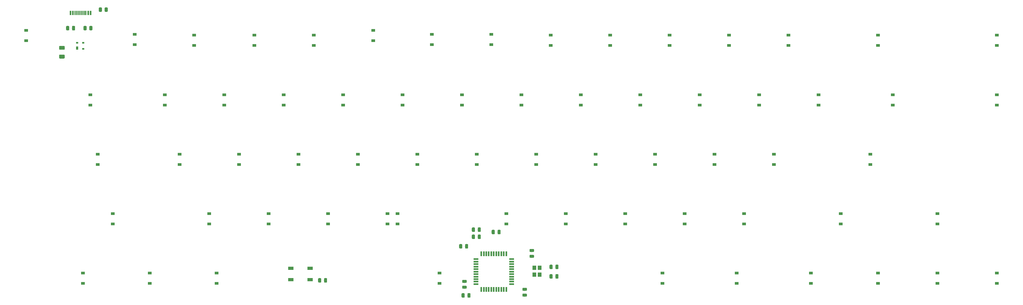
<source format=gbr>
G04 #@! TF.GenerationSoftware,KiCad,Pcbnew,(5.1.4)-1*
G04 #@! TF.CreationDate,2021-10-18T17:11:36+02:00*
G04 #@! TF.ProjectId,CrowMiniMk2,43726f77-4d69-46e6-994d-6b322e6b6963,rev?*
G04 #@! TF.SameCoordinates,Original*
G04 #@! TF.FileFunction,Paste,Bot*
G04 #@! TF.FilePolarity,Positive*
%FSLAX46Y46*%
G04 Gerber Fmt 4.6, Leading zero omitted, Abs format (unit mm)*
G04 Created by KiCad (PCBNEW (5.1.4)-1) date 2021-10-18 17:11:36*
%MOMM*%
%LPD*%
G04 APERTURE LIST*
%ADD10R,1.200000X1.400000*%
%ADD11R,0.600000X1.450000*%
%ADD12R,0.300000X1.450000*%
%ADD13C,0.100000*%
%ADD14C,0.975000*%
%ADD15C,1.250000*%
%ADD16R,0.700000X1.000000*%
%ADD17R,0.700000X0.600000*%
%ADD18R,1.200000X0.900000*%
%ADD19R,1.500000X0.550000*%
%ADD20R,0.550000X1.500000*%
%ADD21R,1.800000X1.100000*%
G04 APERTURE END LIST*
D10*
X175729000Y-121115000D03*
X175729000Y-118915000D03*
X174029000Y-118915000D03*
X174029000Y-121115000D03*
D11*
X31800000Y-37159000D03*
X25350000Y-37159000D03*
X31025000Y-37159000D03*
X26125000Y-37159000D03*
D12*
X26825000Y-37159000D03*
X30325000Y-37159000D03*
X27325000Y-37159000D03*
X29825000Y-37159000D03*
X27825000Y-37159000D03*
X29325000Y-37159000D03*
X28825000Y-37159000D03*
X28325000Y-37159000D03*
D13*
G36*
X154778142Y-108267174D02*
G01*
X154801803Y-108270684D01*
X154825007Y-108276496D01*
X154847529Y-108284554D01*
X154869153Y-108294782D01*
X154889670Y-108307079D01*
X154908883Y-108321329D01*
X154926607Y-108337393D01*
X154942671Y-108355117D01*
X154956921Y-108374330D01*
X154969218Y-108394847D01*
X154979446Y-108416471D01*
X154987504Y-108438993D01*
X154993316Y-108462197D01*
X154996826Y-108485858D01*
X154998000Y-108509750D01*
X154998000Y-109422250D01*
X154996826Y-109446142D01*
X154993316Y-109469803D01*
X154987504Y-109493007D01*
X154979446Y-109515529D01*
X154969218Y-109537153D01*
X154956921Y-109557670D01*
X154942671Y-109576883D01*
X154926607Y-109594607D01*
X154908883Y-109610671D01*
X154889670Y-109624921D01*
X154869153Y-109637218D01*
X154847529Y-109647446D01*
X154825007Y-109655504D01*
X154801803Y-109661316D01*
X154778142Y-109664826D01*
X154754250Y-109666000D01*
X154266750Y-109666000D01*
X154242858Y-109664826D01*
X154219197Y-109661316D01*
X154195993Y-109655504D01*
X154173471Y-109647446D01*
X154151847Y-109637218D01*
X154131330Y-109624921D01*
X154112117Y-109610671D01*
X154094393Y-109594607D01*
X154078329Y-109576883D01*
X154064079Y-109557670D01*
X154051782Y-109537153D01*
X154041554Y-109515529D01*
X154033496Y-109493007D01*
X154027684Y-109469803D01*
X154024174Y-109446142D01*
X154023000Y-109422250D01*
X154023000Y-108509750D01*
X154024174Y-108485858D01*
X154027684Y-108462197D01*
X154033496Y-108438993D01*
X154041554Y-108416471D01*
X154051782Y-108394847D01*
X154064079Y-108374330D01*
X154078329Y-108355117D01*
X154094393Y-108337393D01*
X154112117Y-108321329D01*
X154131330Y-108307079D01*
X154151847Y-108294782D01*
X154173471Y-108284554D01*
X154195993Y-108276496D01*
X154219197Y-108270684D01*
X154242858Y-108267174D01*
X154266750Y-108266000D01*
X154754250Y-108266000D01*
X154778142Y-108267174D01*
X154778142Y-108267174D01*
G37*
D14*
X154510500Y-108966000D03*
D13*
G36*
X156653142Y-108267174D02*
G01*
X156676803Y-108270684D01*
X156700007Y-108276496D01*
X156722529Y-108284554D01*
X156744153Y-108294782D01*
X156764670Y-108307079D01*
X156783883Y-108321329D01*
X156801607Y-108337393D01*
X156817671Y-108355117D01*
X156831921Y-108374330D01*
X156844218Y-108394847D01*
X156854446Y-108416471D01*
X156862504Y-108438993D01*
X156868316Y-108462197D01*
X156871826Y-108485858D01*
X156873000Y-108509750D01*
X156873000Y-109422250D01*
X156871826Y-109446142D01*
X156868316Y-109469803D01*
X156862504Y-109493007D01*
X156854446Y-109515529D01*
X156844218Y-109537153D01*
X156831921Y-109557670D01*
X156817671Y-109576883D01*
X156801607Y-109594607D01*
X156783883Y-109610671D01*
X156764670Y-109624921D01*
X156744153Y-109637218D01*
X156722529Y-109647446D01*
X156700007Y-109655504D01*
X156676803Y-109661316D01*
X156653142Y-109664826D01*
X156629250Y-109666000D01*
X156141750Y-109666000D01*
X156117858Y-109664826D01*
X156094197Y-109661316D01*
X156070993Y-109655504D01*
X156048471Y-109647446D01*
X156026847Y-109637218D01*
X156006330Y-109624921D01*
X155987117Y-109610671D01*
X155969393Y-109594607D01*
X155953329Y-109576883D01*
X155939079Y-109557670D01*
X155926782Y-109537153D01*
X155916554Y-109515529D01*
X155908496Y-109493007D01*
X155902684Y-109469803D01*
X155899174Y-109446142D01*
X155898000Y-109422250D01*
X155898000Y-108509750D01*
X155899174Y-108485858D01*
X155902684Y-108462197D01*
X155908496Y-108438993D01*
X155916554Y-108416471D01*
X155926782Y-108394847D01*
X155939079Y-108374330D01*
X155953329Y-108355117D01*
X155969393Y-108337393D01*
X155987117Y-108321329D01*
X156006330Y-108307079D01*
X156026847Y-108294782D01*
X156048471Y-108284554D01*
X156070993Y-108276496D01*
X156094197Y-108270684D01*
X156117858Y-108267174D01*
X156141750Y-108266000D01*
X156629250Y-108266000D01*
X156653142Y-108267174D01*
X156653142Y-108267174D01*
G37*
D14*
X156385500Y-108966000D03*
D13*
G36*
X154778142Y-105981174D02*
G01*
X154801803Y-105984684D01*
X154825007Y-105990496D01*
X154847529Y-105998554D01*
X154869153Y-106008782D01*
X154889670Y-106021079D01*
X154908883Y-106035329D01*
X154926607Y-106051393D01*
X154942671Y-106069117D01*
X154956921Y-106088330D01*
X154969218Y-106108847D01*
X154979446Y-106130471D01*
X154987504Y-106152993D01*
X154993316Y-106176197D01*
X154996826Y-106199858D01*
X154998000Y-106223750D01*
X154998000Y-107136250D01*
X154996826Y-107160142D01*
X154993316Y-107183803D01*
X154987504Y-107207007D01*
X154979446Y-107229529D01*
X154969218Y-107251153D01*
X154956921Y-107271670D01*
X154942671Y-107290883D01*
X154926607Y-107308607D01*
X154908883Y-107324671D01*
X154889670Y-107338921D01*
X154869153Y-107351218D01*
X154847529Y-107361446D01*
X154825007Y-107369504D01*
X154801803Y-107375316D01*
X154778142Y-107378826D01*
X154754250Y-107380000D01*
X154266750Y-107380000D01*
X154242858Y-107378826D01*
X154219197Y-107375316D01*
X154195993Y-107369504D01*
X154173471Y-107361446D01*
X154151847Y-107351218D01*
X154131330Y-107338921D01*
X154112117Y-107324671D01*
X154094393Y-107308607D01*
X154078329Y-107290883D01*
X154064079Y-107271670D01*
X154051782Y-107251153D01*
X154041554Y-107229529D01*
X154033496Y-107207007D01*
X154027684Y-107183803D01*
X154024174Y-107160142D01*
X154023000Y-107136250D01*
X154023000Y-106223750D01*
X154024174Y-106199858D01*
X154027684Y-106176197D01*
X154033496Y-106152993D01*
X154041554Y-106130471D01*
X154051782Y-106108847D01*
X154064079Y-106088330D01*
X154078329Y-106069117D01*
X154094393Y-106051393D01*
X154112117Y-106035329D01*
X154131330Y-106021079D01*
X154151847Y-106008782D01*
X154173471Y-105998554D01*
X154195993Y-105990496D01*
X154219197Y-105984684D01*
X154242858Y-105981174D01*
X154266750Y-105980000D01*
X154754250Y-105980000D01*
X154778142Y-105981174D01*
X154778142Y-105981174D01*
G37*
D14*
X154510500Y-106680000D03*
D13*
G36*
X156653142Y-105981174D02*
G01*
X156676803Y-105984684D01*
X156700007Y-105990496D01*
X156722529Y-105998554D01*
X156744153Y-106008782D01*
X156764670Y-106021079D01*
X156783883Y-106035329D01*
X156801607Y-106051393D01*
X156817671Y-106069117D01*
X156831921Y-106088330D01*
X156844218Y-106108847D01*
X156854446Y-106130471D01*
X156862504Y-106152993D01*
X156868316Y-106176197D01*
X156871826Y-106199858D01*
X156873000Y-106223750D01*
X156873000Y-107136250D01*
X156871826Y-107160142D01*
X156868316Y-107183803D01*
X156862504Y-107207007D01*
X156854446Y-107229529D01*
X156844218Y-107251153D01*
X156831921Y-107271670D01*
X156817671Y-107290883D01*
X156801607Y-107308607D01*
X156783883Y-107324671D01*
X156764670Y-107338921D01*
X156744153Y-107351218D01*
X156722529Y-107361446D01*
X156700007Y-107369504D01*
X156676803Y-107375316D01*
X156653142Y-107378826D01*
X156629250Y-107380000D01*
X156141750Y-107380000D01*
X156117858Y-107378826D01*
X156094197Y-107375316D01*
X156070993Y-107369504D01*
X156048471Y-107361446D01*
X156026847Y-107351218D01*
X156006330Y-107338921D01*
X155987117Y-107324671D01*
X155969393Y-107308607D01*
X155953329Y-107290883D01*
X155939079Y-107271670D01*
X155926782Y-107251153D01*
X155916554Y-107229529D01*
X155908496Y-107207007D01*
X155902684Y-107183803D01*
X155899174Y-107160142D01*
X155898000Y-107136250D01*
X155898000Y-106223750D01*
X155899174Y-106199858D01*
X155902684Y-106176197D01*
X155908496Y-106152993D01*
X155916554Y-106130471D01*
X155926782Y-106108847D01*
X155939079Y-106088330D01*
X155953329Y-106069117D01*
X155969393Y-106051393D01*
X155987117Y-106035329D01*
X156006330Y-106021079D01*
X156026847Y-106008782D01*
X156048471Y-105998554D01*
X156070993Y-105990496D01*
X156094197Y-105984684D01*
X156117858Y-105981174D01*
X156141750Y-105980000D01*
X156629250Y-105980000D01*
X156653142Y-105981174D01*
X156653142Y-105981174D01*
G37*
D14*
X156385500Y-106680000D03*
D13*
G36*
X161128142Y-106743174D02*
G01*
X161151803Y-106746684D01*
X161175007Y-106752496D01*
X161197529Y-106760554D01*
X161219153Y-106770782D01*
X161239670Y-106783079D01*
X161258883Y-106797329D01*
X161276607Y-106813393D01*
X161292671Y-106831117D01*
X161306921Y-106850330D01*
X161319218Y-106870847D01*
X161329446Y-106892471D01*
X161337504Y-106914993D01*
X161343316Y-106938197D01*
X161346826Y-106961858D01*
X161348000Y-106985750D01*
X161348000Y-107898250D01*
X161346826Y-107922142D01*
X161343316Y-107945803D01*
X161337504Y-107969007D01*
X161329446Y-107991529D01*
X161319218Y-108013153D01*
X161306921Y-108033670D01*
X161292671Y-108052883D01*
X161276607Y-108070607D01*
X161258883Y-108086671D01*
X161239670Y-108100921D01*
X161219153Y-108113218D01*
X161197529Y-108123446D01*
X161175007Y-108131504D01*
X161151803Y-108137316D01*
X161128142Y-108140826D01*
X161104250Y-108142000D01*
X160616750Y-108142000D01*
X160592858Y-108140826D01*
X160569197Y-108137316D01*
X160545993Y-108131504D01*
X160523471Y-108123446D01*
X160501847Y-108113218D01*
X160481330Y-108100921D01*
X160462117Y-108086671D01*
X160444393Y-108070607D01*
X160428329Y-108052883D01*
X160414079Y-108033670D01*
X160401782Y-108013153D01*
X160391554Y-107991529D01*
X160383496Y-107969007D01*
X160377684Y-107945803D01*
X160374174Y-107922142D01*
X160373000Y-107898250D01*
X160373000Y-106985750D01*
X160374174Y-106961858D01*
X160377684Y-106938197D01*
X160383496Y-106914993D01*
X160391554Y-106892471D01*
X160401782Y-106870847D01*
X160414079Y-106850330D01*
X160428329Y-106831117D01*
X160444393Y-106813393D01*
X160462117Y-106797329D01*
X160481330Y-106783079D01*
X160501847Y-106770782D01*
X160523471Y-106760554D01*
X160545993Y-106752496D01*
X160569197Y-106746684D01*
X160592858Y-106743174D01*
X160616750Y-106742000D01*
X161104250Y-106742000D01*
X161128142Y-106743174D01*
X161128142Y-106743174D01*
G37*
D14*
X160860500Y-107442000D03*
D13*
G36*
X163003142Y-106743174D02*
G01*
X163026803Y-106746684D01*
X163050007Y-106752496D01*
X163072529Y-106760554D01*
X163094153Y-106770782D01*
X163114670Y-106783079D01*
X163133883Y-106797329D01*
X163151607Y-106813393D01*
X163167671Y-106831117D01*
X163181921Y-106850330D01*
X163194218Y-106870847D01*
X163204446Y-106892471D01*
X163212504Y-106914993D01*
X163218316Y-106938197D01*
X163221826Y-106961858D01*
X163223000Y-106985750D01*
X163223000Y-107898250D01*
X163221826Y-107922142D01*
X163218316Y-107945803D01*
X163212504Y-107969007D01*
X163204446Y-107991529D01*
X163194218Y-108013153D01*
X163181921Y-108033670D01*
X163167671Y-108052883D01*
X163151607Y-108070607D01*
X163133883Y-108086671D01*
X163114670Y-108100921D01*
X163094153Y-108113218D01*
X163072529Y-108123446D01*
X163050007Y-108131504D01*
X163026803Y-108137316D01*
X163003142Y-108140826D01*
X162979250Y-108142000D01*
X162491750Y-108142000D01*
X162467858Y-108140826D01*
X162444197Y-108137316D01*
X162420993Y-108131504D01*
X162398471Y-108123446D01*
X162376847Y-108113218D01*
X162356330Y-108100921D01*
X162337117Y-108086671D01*
X162319393Y-108070607D01*
X162303329Y-108052883D01*
X162289079Y-108033670D01*
X162276782Y-108013153D01*
X162266554Y-107991529D01*
X162258496Y-107969007D01*
X162252684Y-107945803D01*
X162249174Y-107922142D01*
X162248000Y-107898250D01*
X162248000Y-106985750D01*
X162249174Y-106961858D01*
X162252684Y-106938197D01*
X162258496Y-106914993D01*
X162266554Y-106892471D01*
X162276782Y-106870847D01*
X162289079Y-106850330D01*
X162303329Y-106831117D01*
X162319393Y-106813393D01*
X162337117Y-106797329D01*
X162356330Y-106783079D01*
X162376847Y-106770782D01*
X162398471Y-106760554D01*
X162420993Y-106752496D01*
X162444197Y-106746684D01*
X162467858Y-106743174D01*
X162491750Y-106742000D01*
X162979250Y-106742000D01*
X163003142Y-106743174D01*
X163003142Y-106743174D01*
G37*
D14*
X162735500Y-107442000D03*
D13*
G36*
X150714142Y-111315174D02*
G01*
X150737803Y-111318684D01*
X150761007Y-111324496D01*
X150783529Y-111332554D01*
X150805153Y-111342782D01*
X150825670Y-111355079D01*
X150844883Y-111369329D01*
X150862607Y-111385393D01*
X150878671Y-111403117D01*
X150892921Y-111422330D01*
X150905218Y-111442847D01*
X150915446Y-111464471D01*
X150923504Y-111486993D01*
X150929316Y-111510197D01*
X150932826Y-111533858D01*
X150934000Y-111557750D01*
X150934000Y-112470250D01*
X150932826Y-112494142D01*
X150929316Y-112517803D01*
X150923504Y-112541007D01*
X150915446Y-112563529D01*
X150905218Y-112585153D01*
X150892921Y-112605670D01*
X150878671Y-112624883D01*
X150862607Y-112642607D01*
X150844883Y-112658671D01*
X150825670Y-112672921D01*
X150805153Y-112685218D01*
X150783529Y-112695446D01*
X150761007Y-112703504D01*
X150737803Y-112709316D01*
X150714142Y-112712826D01*
X150690250Y-112714000D01*
X150202750Y-112714000D01*
X150178858Y-112712826D01*
X150155197Y-112709316D01*
X150131993Y-112703504D01*
X150109471Y-112695446D01*
X150087847Y-112685218D01*
X150067330Y-112672921D01*
X150048117Y-112658671D01*
X150030393Y-112642607D01*
X150014329Y-112624883D01*
X150000079Y-112605670D01*
X149987782Y-112585153D01*
X149977554Y-112563529D01*
X149969496Y-112541007D01*
X149963684Y-112517803D01*
X149960174Y-112494142D01*
X149959000Y-112470250D01*
X149959000Y-111557750D01*
X149960174Y-111533858D01*
X149963684Y-111510197D01*
X149969496Y-111486993D01*
X149977554Y-111464471D01*
X149987782Y-111442847D01*
X150000079Y-111422330D01*
X150014329Y-111403117D01*
X150030393Y-111385393D01*
X150048117Y-111369329D01*
X150067330Y-111355079D01*
X150087847Y-111342782D01*
X150109471Y-111332554D01*
X150131993Y-111324496D01*
X150155197Y-111318684D01*
X150178858Y-111315174D01*
X150202750Y-111314000D01*
X150690250Y-111314000D01*
X150714142Y-111315174D01*
X150714142Y-111315174D01*
G37*
D14*
X150446500Y-112014000D03*
D13*
G36*
X152589142Y-111315174D02*
G01*
X152612803Y-111318684D01*
X152636007Y-111324496D01*
X152658529Y-111332554D01*
X152680153Y-111342782D01*
X152700670Y-111355079D01*
X152719883Y-111369329D01*
X152737607Y-111385393D01*
X152753671Y-111403117D01*
X152767921Y-111422330D01*
X152780218Y-111442847D01*
X152790446Y-111464471D01*
X152798504Y-111486993D01*
X152804316Y-111510197D01*
X152807826Y-111533858D01*
X152809000Y-111557750D01*
X152809000Y-112470250D01*
X152807826Y-112494142D01*
X152804316Y-112517803D01*
X152798504Y-112541007D01*
X152790446Y-112563529D01*
X152780218Y-112585153D01*
X152767921Y-112605670D01*
X152753671Y-112624883D01*
X152737607Y-112642607D01*
X152719883Y-112658671D01*
X152700670Y-112672921D01*
X152680153Y-112685218D01*
X152658529Y-112695446D01*
X152636007Y-112703504D01*
X152612803Y-112709316D01*
X152589142Y-112712826D01*
X152565250Y-112714000D01*
X152077750Y-112714000D01*
X152053858Y-112712826D01*
X152030197Y-112709316D01*
X152006993Y-112703504D01*
X151984471Y-112695446D01*
X151962847Y-112685218D01*
X151942330Y-112672921D01*
X151923117Y-112658671D01*
X151905393Y-112642607D01*
X151889329Y-112624883D01*
X151875079Y-112605670D01*
X151862782Y-112585153D01*
X151852554Y-112563529D01*
X151844496Y-112541007D01*
X151838684Y-112517803D01*
X151835174Y-112494142D01*
X151834000Y-112470250D01*
X151834000Y-111557750D01*
X151835174Y-111533858D01*
X151838684Y-111510197D01*
X151844496Y-111486993D01*
X151852554Y-111464471D01*
X151862782Y-111442847D01*
X151875079Y-111422330D01*
X151889329Y-111403117D01*
X151905393Y-111385393D01*
X151923117Y-111369329D01*
X151942330Y-111355079D01*
X151962847Y-111342782D01*
X151984471Y-111332554D01*
X152006993Y-111324496D01*
X152030197Y-111318684D01*
X152053858Y-111315174D01*
X152077750Y-111314000D01*
X152565250Y-111314000D01*
X152589142Y-111315174D01*
X152589142Y-111315174D01*
G37*
D14*
X152321500Y-112014000D03*
D13*
G36*
X173708142Y-114751174D02*
G01*
X173731803Y-114754684D01*
X173755007Y-114760496D01*
X173777529Y-114768554D01*
X173799153Y-114778782D01*
X173819670Y-114791079D01*
X173838883Y-114805329D01*
X173856607Y-114821393D01*
X173872671Y-114839117D01*
X173886921Y-114858330D01*
X173899218Y-114878847D01*
X173909446Y-114900471D01*
X173917504Y-114922993D01*
X173923316Y-114946197D01*
X173926826Y-114969858D01*
X173928000Y-114993750D01*
X173928000Y-115481250D01*
X173926826Y-115505142D01*
X173923316Y-115528803D01*
X173917504Y-115552007D01*
X173909446Y-115574529D01*
X173899218Y-115596153D01*
X173886921Y-115616670D01*
X173872671Y-115635883D01*
X173856607Y-115653607D01*
X173838883Y-115669671D01*
X173819670Y-115683921D01*
X173799153Y-115696218D01*
X173777529Y-115706446D01*
X173755007Y-115714504D01*
X173731803Y-115720316D01*
X173708142Y-115723826D01*
X173684250Y-115725000D01*
X172771750Y-115725000D01*
X172747858Y-115723826D01*
X172724197Y-115720316D01*
X172700993Y-115714504D01*
X172678471Y-115706446D01*
X172656847Y-115696218D01*
X172636330Y-115683921D01*
X172617117Y-115669671D01*
X172599393Y-115653607D01*
X172583329Y-115635883D01*
X172569079Y-115616670D01*
X172556782Y-115596153D01*
X172546554Y-115574529D01*
X172538496Y-115552007D01*
X172532684Y-115528803D01*
X172529174Y-115505142D01*
X172528000Y-115481250D01*
X172528000Y-114993750D01*
X172529174Y-114969858D01*
X172532684Y-114946197D01*
X172538496Y-114922993D01*
X172546554Y-114900471D01*
X172556782Y-114878847D01*
X172569079Y-114858330D01*
X172583329Y-114839117D01*
X172599393Y-114821393D01*
X172617117Y-114805329D01*
X172636330Y-114791079D01*
X172656847Y-114778782D01*
X172678471Y-114768554D01*
X172700993Y-114760496D01*
X172724197Y-114754684D01*
X172747858Y-114751174D01*
X172771750Y-114750000D01*
X173684250Y-114750000D01*
X173708142Y-114751174D01*
X173708142Y-114751174D01*
G37*
D14*
X173228000Y-115237500D03*
D13*
G36*
X173708142Y-112876174D02*
G01*
X173731803Y-112879684D01*
X173755007Y-112885496D01*
X173777529Y-112893554D01*
X173799153Y-112903782D01*
X173819670Y-112916079D01*
X173838883Y-112930329D01*
X173856607Y-112946393D01*
X173872671Y-112964117D01*
X173886921Y-112983330D01*
X173899218Y-113003847D01*
X173909446Y-113025471D01*
X173917504Y-113047993D01*
X173923316Y-113071197D01*
X173926826Y-113094858D01*
X173928000Y-113118750D01*
X173928000Y-113606250D01*
X173926826Y-113630142D01*
X173923316Y-113653803D01*
X173917504Y-113677007D01*
X173909446Y-113699529D01*
X173899218Y-113721153D01*
X173886921Y-113741670D01*
X173872671Y-113760883D01*
X173856607Y-113778607D01*
X173838883Y-113794671D01*
X173819670Y-113808921D01*
X173799153Y-113821218D01*
X173777529Y-113831446D01*
X173755007Y-113839504D01*
X173731803Y-113845316D01*
X173708142Y-113848826D01*
X173684250Y-113850000D01*
X172771750Y-113850000D01*
X172747858Y-113848826D01*
X172724197Y-113845316D01*
X172700993Y-113839504D01*
X172678471Y-113831446D01*
X172656847Y-113821218D01*
X172636330Y-113808921D01*
X172617117Y-113794671D01*
X172599393Y-113778607D01*
X172583329Y-113760883D01*
X172569079Y-113741670D01*
X172556782Y-113721153D01*
X172546554Y-113699529D01*
X172538496Y-113677007D01*
X172532684Y-113653803D01*
X172529174Y-113630142D01*
X172528000Y-113606250D01*
X172528000Y-113118750D01*
X172529174Y-113094858D01*
X172532684Y-113071197D01*
X172538496Y-113047993D01*
X172546554Y-113025471D01*
X172556782Y-113003847D01*
X172569079Y-112983330D01*
X172583329Y-112964117D01*
X172599393Y-112946393D01*
X172617117Y-112930329D01*
X172636330Y-112916079D01*
X172656847Y-112903782D01*
X172678471Y-112893554D01*
X172700993Y-112885496D01*
X172724197Y-112879684D01*
X172747858Y-112876174D01*
X172771750Y-112875000D01*
X173684250Y-112875000D01*
X173708142Y-112876174D01*
X173708142Y-112876174D01*
G37*
D14*
X173228000Y-113362500D03*
D13*
G36*
X181545142Y-120967174D02*
G01*
X181568803Y-120970684D01*
X181592007Y-120976496D01*
X181614529Y-120984554D01*
X181636153Y-120994782D01*
X181656670Y-121007079D01*
X181675883Y-121021329D01*
X181693607Y-121037393D01*
X181709671Y-121055117D01*
X181723921Y-121074330D01*
X181736218Y-121094847D01*
X181746446Y-121116471D01*
X181754504Y-121138993D01*
X181760316Y-121162197D01*
X181763826Y-121185858D01*
X181765000Y-121209750D01*
X181765000Y-122122250D01*
X181763826Y-122146142D01*
X181760316Y-122169803D01*
X181754504Y-122193007D01*
X181746446Y-122215529D01*
X181736218Y-122237153D01*
X181723921Y-122257670D01*
X181709671Y-122276883D01*
X181693607Y-122294607D01*
X181675883Y-122310671D01*
X181656670Y-122324921D01*
X181636153Y-122337218D01*
X181614529Y-122347446D01*
X181592007Y-122355504D01*
X181568803Y-122361316D01*
X181545142Y-122364826D01*
X181521250Y-122366000D01*
X181033750Y-122366000D01*
X181009858Y-122364826D01*
X180986197Y-122361316D01*
X180962993Y-122355504D01*
X180940471Y-122347446D01*
X180918847Y-122337218D01*
X180898330Y-122324921D01*
X180879117Y-122310671D01*
X180861393Y-122294607D01*
X180845329Y-122276883D01*
X180831079Y-122257670D01*
X180818782Y-122237153D01*
X180808554Y-122215529D01*
X180800496Y-122193007D01*
X180794684Y-122169803D01*
X180791174Y-122146142D01*
X180790000Y-122122250D01*
X180790000Y-121209750D01*
X180791174Y-121185858D01*
X180794684Y-121162197D01*
X180800496Y-121138993D01*
X180808554Y-121116471D01*
X180818782Y-121094847D01*
X180831079Y-121074330D01*
X180845329Y-121055117D01*
X180861393Y-121037393D01*
X180879117Y-121021329D01*
X180898330Y-121007079D01*
X180918847Y-120994782D01*
X180940471Y-120984554D01*
X180962993Y-120976496D01*
X180986197Y-120970684D01*
X181009858Y-120967174D01*
X181033750Y-120966000D01*
X181521250Y-120966000D01*
X181545142Y-120967174D01*
X181545142Y-120967174D01*
G37*
D14*
X181277500Y-121666000D03*
D13*
G36*
X179670142Y-120967174D02*
G01*
X179693803Y-120970684D01*
X179717007Y-120976496D01*
X179739529Y-120984554D01*
X179761153Y-120994782D01*
X179781670Y-121007079D01*
X179800883Y-121021329D01*
X179818607Y-121037393D01*
X179834671Y-121055117D01*
X179848921Y-121074330D01*
X179861218Y-121094847D01*
X179871446Y-121116471D01*
X179879504Y-121138993D01*
X179885316Y-121162197D01*
X179888826Y-121185858D01*
X179890000Y-121209750D01*
X179890000Y-122122250D01*
X179888826Y-122146142D01*
X179885316Y-122169803D01*
X179879504Y-122193007D01*
X179871446Y-122215529D01*
X179861218Y-122237153D01*
X179848921Y-122257670D01*
X179834671Y-122276883D01*
X179818607Y-122294607D01*
X179800883Y-122310671D01*
X179781670Y-122324921D01*
X179761153Y-122337218D01*
X179739529Y-122347446D01*
X179717007Y-122355504D01*
X179693803Y-122361316D01*
X179670142Y-122364826D01*
X179646250Y-122366000D01*
X179158750Y-122366000D01*
X179134858Y-122364826D01*
X179111197Y-122361316D01*
X179087993Y-122355504D01*
X179065471Y-122347446D01*
X179043847Y-122337218D01*
X179023330Y-122324921D01*
X179004117Y-122310671D01*
X178986393Y-122294607D01*
X178970329Y-122276883D01*
X178956079Y-122257670D01*
X178943782Y-122237153D01*
X178933554Y-122215529D01*
X178925496Y-122193007D01*
X178919684Y-122169803D01*
X178916174Y-122146142D01*
X178915000Y-122122250D01*
X178915000Y-121209750D01*
X178916174Y-121185858D01*
X178919684Y-121162197D01*
X178925496Y-121138993D01*
X178933554Y-121116471D01*
X178943782Y-121094847D01*
X178956079Y-121074330D01*
X178970329Y-121055117D01*
X178986393Y-121037393D01*
X179004117Y-121021329D01*
X179023330Y-121007079D01*
X179043847Y-120994782D01*
X179065471Y-120984554D01*
X179087993Y-120976496D01*
X179111197Y-120970684D01*
X179134858Y-120967174D01*
X179158750Y-120966000D01*
X179646250Y-120966000D01*
X179670142Y-120967174D01*
X179670142Y-120967174D01*
G37*
D14*
X179402500Y-121666000D03*
D13*
G36*
X181545142Y-117919174D02*
G01*
X181568803Y-117922684D01*
X181592007Y-117928496D01*
X181614529Y-117936554D01*
X181636153Y-117946782D01*
X181656670Y-117959079D01*
X181675883Y-117973329D01*
X181693607Y-117989393D01*
X181709671Y-118007117D01*
X181723921Y-118026330D01*
X181736218Y-118046847D01*
X181746446Y-118068471D01*
X181754504Y-118090993D01*
X181760316Y-118114197D01*
X181763826Y-118137858D01*
X181765000Y-118161750D01*
X181765000Y-119074250D01*
X181763826Y-119098142D01*
X181760316Y-119121803D01*
X181754504Y-119145007D01*
X181746446Y-119167529D01*
X181736218Y-119189153D01*
X181723921Y-119209670D01*
X181709671Y-119228883D01*
X181693607Y-119246607D01*
X181675883Y-119262671D01*
X181656670Y-119276921D01*
X181636153Y-119289218D01*
X181614529Y-119299446D01*
X181592007Y-119307504D01*
X181568803Y-119313316D01*
X181545142Y-119316826D01*
X181521250Y-119318000D01*
X181033750Y-119318000D01*
X181009858Y-119316826D01*
X180986197Y-119313316D01*
X180962993Y-119307504D01*
X180940471Y-119299446D01*
X180918847Y-119289218D01*
X180898330Y-119276921D01*
X180879117Y-119262671D01*
X180861393Y-119246607D01*
X180845329Y-119228883D01*
X180831079Y-119209670D01*
X180818782Y-119189153D01*
X180808554Y-119167529D01*
X180800496Y-119145007D01*
X180794684Y-119121803D01*
X180791174Y-119098142D01*
X180790000Y-119074250D01*
X180790000Y-118161750D01*
X180791174Y-118137858D01*
X180794684Y-118114197D01*
X180800496Y-118090993D01*
X180808554Y-118068471D01*
X180818782Y-118046847D01*
X180831079Y-118026330D01*
X180845329Y-118007117D01*
X180861393Y-117989393D01*
X180879117Y-117973329D01*
X180898330Y-117959079D01*
X180918847Y-117946782D01*
X180940471Y-117936554D01*
X180962993Y-117928496D01*
X180986197Y-117922684D01*
X181009858Y-117919174D01*
X181033750Y-117918000D01*
X181521250Y-117918000D01*
X181545142Y-117919174D01*
X181545142Y-117919174D01*
G37*
D14*
X181277500Y-118618000D03*
D13*
G36*
X179670142Y-117919174D02*
G01*
X179693803Y-117922684D01*
X179717007Y-117928496D01*
X179739529Y-117936554D01*
X179761153Y-117946782D01*
X179781670Y-117959079D01*
X179800883Y-117973329D01*
X179818607Y-117989393D01*
X179834671Y-118007117D01*
X179848921Y-118026330D01*
X179861218Y-118046847D01*
X179871446Y-118068471D01*
X179879504Y-118090993D01*
X179885316Y-118114197D01*
X179888826Y-118137858D01*
X179890000Y-118161750D01*
X179890000Y-119074250D01*
X179888826Y-119098142D01*
X179885316Y-119121803D01*
X179879504Y-119145007D01*
X179871446Y-119167529D01*
X179861218Y-119189153D01*
X179848921Y-119209670D01*
X179834671Y-119228883D01*
X179818607Y-119246607D01*
X179800883Y-119262671D01*
X179781670Y-119276921D01*
X179761153Y-119289218D01*
X179739529Y-119299446D01*
X179717007Y-119307504D01*
X179693803Y-119313316D01*
X179670142Y-119316826D01*
X179646250Y-119318000D01*
X179158750Y-119318000D01*
X179134858Y-119316826D01*
X179111197Y-119313316D01*
X179087993Y-119307504D01*
X179065471Y-119299446D01*
X179043847Y-119289218D01*
X179023330Y-119276921D01*
X179004117Y-119262671D01*
X178986393Y-119246607D01*
X178970329Y-119228883D01*
X178956079Y-119209670D01*
X178943782Y-119189153D01*
X178933554Y-119167529D01*
X178925496Y-119145007D01*
X178919684Y-119121803D01*
X178916174Y-119098142D01*
X178915000Y-119074250D01*
X178915000Y-118161750D01*
X178916174Y-118137858D01*
X178919684Y-118114197D01*
X178925496Y-118090993D01*
X178933554Y-118068471D01*
X178943782Y-118046847D01*
X178956079Y-118026330D01*
X178970329Y-118007117D01*
X178986393Y-117989393D01*
X179004117Y-117973329D01*
X179023330Y-117959079D01*
X179043847Y-117946782D01*
X179065471Y-117936554D01*
X179087993Y-117928496D01*
X179111197Y-117922684D01*
X179134858Y-117919174D01*
X179158750Y-117918000D01*
X179646250Y-117918000D01*
X179670142Y-117919174D01*
X179670142Y-117919174D01*
G37*
D14*
X179402500Y-118618000D03*
D13*
G36*
X171422142Y-125322174D02*
G01*
X171445803Y-125325684D01*
X171469007Y-125331496D01*
X171491529Y-125339554D01*
X171513153Y-125349782D01*
X171533670Y-125362079D01*
X171552883Y-125376329D01*
X171570607Y-125392393D01*
X171586671Y-125410117D01*
X171600921Y-125429330D01*
X171613218Y-125449847D01*
X171623446Y-125471471D01*
X171631504Y-125493993D01*
X171637316Y-125517197D01*
X171640826Y-125540858D01*
X171642000Y-125564750D01*
X171642000Y-126052250D01*
X171640826Y-126076142D01*
X171637316Y-126099803D01*
X171631504Y-126123007D01*
X171623446Y-126145529D01*
X171613218Y-126167153D01*
X171600921Y-126187670D01*
X171586671Y-126206883D01*
X171570607Y-126224607D01*
X171552883Y-126240671D01*
X171533670Y-126254921D01*
X171513153Y-126267218D01*
X171491529Y-126277446D01*
X171469007Y-126285504D01*
X171445803Y-126291316D01*
X171422142Y-126294826D01*
X171398250Y-126296000D01*
X170485750Y-126296000D01*
X170461858Y-126294826D01*
X170438197Y-126291316D01*
X170414993Y-126285504D01*
X170392471Y-126277446D01*
X170370847Y-126267218D01*
X170350330Y-126254921D01*
X170331117Y-126240671D01*
X170313393Y-126224607D01*
X170297329Y-126206883D01*
X170283079Y-126187670D01*
X170270782Y-126167153D01*
X170260554Y-126145529D01*
X170252496Y-126123007D01*
X170246684Y-126099803D01*
X170243174Y-126076142D01*
X170242000Y-126052250D01*
X170242000Y-125564750D01*
X170243174Y-125540858D01*
X170246684Y-125517197D01*
X170252496Y-125493993D01*
X170260554Y-125471471D01*
X170270782Y-125449847D01*
X170283079Y-125429330D01*
X170297329Y-125410117D01*
X170313393Y-125392393D01*
X170331117Y-125376329D01*
X170350330Y-125362079D01*
X170370847Y-125349782D01*
X170392471Y-125339554D01*
X170414993Y-125331496D01*
X170438197Y-125325684D01*
X170461858Y-125322174D01*
X170485750Y-125321000D01*
X171398250Y-125321000D01*
X171422142Y-125322174D01*
X171422142Y-125322174D01*
G37*
D14*
X170942000Y-125808500D03*
D13*
G36*
X171422142Y-127197174D02*
G01*
X171445803Y-127200684D01*
X171469007Y-127206496D01*
X171491529Y-127214554D01*
X171513153Y-127224782D01*
X171533670Y-127237079D01*
X171552883Y-127251329D01*
X171570607Y-127267393D01*
X171586671Y-127285117D01*
X171600921Y-127304330D01*
X171613218Y-127324847D01*
X171623446Y-127346471D01*
X171631504Y-127368993D01*
X171637316Y-127392197D01*
X171640826Y-127415858D01*
X171642000Y-127439750D01*
X171642000Y-127927250D01*
X171640826Y-127951142D01*
X171637316Y-127974803D01*
X171631504Y-127998007D01*
X171623446Y-128020529D01*
X171613218Y-128042153D01*
X171600921Y-128062670D01*
X171586671Y-128081883D01*
X171570607Y-128099607D01*
X171552883Y-128115671D01*
X171533670Y-128129921D01*
X171513153Y-128142218D01*
X171491529Y-128152446D01*
X171469007Y-128160504D01*
X171445803Y-128166316D01*
X171422142Y-128169826D01*
X171398250Y-128171000D01*
X170485750Y-128171000D01*
X170461858Y-128169826D01*
X170438197Y-128166316D01*
X170414993Y-128160504D01*
X170392471Y-128152446D01*
X170370847Y-128142218D01*
X170350330Y-128129921D01*
X170331117Y-128115671D01*
X170313393Y-128099607D01*
X170297329Y-128081883D01*
X170283079Y-128062670D01*
X170270782Y-128042153D01*
X170260554Y-128020529D01*
X170252496Y-127998007D01*
X170246684Y-127974803D01*
X170243174Y-127951142D01*
X170242000Y-127927250D01*
X170242000Y-127439750D01*
X170243174Y-127415858D01*
X170246684Y-127392197D01*
X170252496Y-127368993D01*
X170260554Y-127346471D01*
X170270782Y-127324847D01*
X170283079Y-127304330D01*
X170297329Y-127285117D01*
X170313393Y-127267393D01*
X170331117Y-127251329D01*
X170350330Y-127237079D01*
X170370847Y-127224782D01*
X170392471Y-127214554D01*
X170414993Y-127206496D01*
X170438197Y-127200684D01*
X170461858Y-127197174D01*
X170485750Y-127196000D01*
X171398250Y-127196000D01*
X171422142Y-127197174D01*
X171422142Y-127197174D01*
G37*
D14*
X170942000Y-127683500D03*
D13*
G36*
X153351142Y-127063174D02*
G01*
X153374803Y-127066684D01*
X153398007Y-127072496D01*
X153420529Y-127080554D01*
X153442153Y-127090782D01*
X153462670Y-127103079D01*
X153481883Y-127117329D01*
X153499607Y-127133393D01*
X153515671Y-127151117D01*
X153529921Y-127170330D01*
X153542218Y-127190847D01*
X153552446Y-127212471D01*
X153560504Y-127234993D01*
X153566316Y-127258197D01*
X153569826Y-127281858D01*
X153571000Y-127305750D01*
X153571000Y-128218250D01*
X153569826Y-128242142D01*
X153566316Y-128265803D01*
X153560504Y-128289007D01*
X153552446Y-128311529D01*
X153542218Y-128333153D01*
X153529921Y-128353670D01*
X153515671Y-128372883D01*
X153499607Y-128390607D01*
X153481883Y-128406671D01*
X153462670Y-128420921D01*
X153442153Y-128433218D01*
X153420529Y-128443446D01*
X153398007Y-128451504D01*
X153374803Y-128457316D01*
X153351142Y-128460826D01*
X153327250Y-128462000D01*
X152839750Y-128462000D01*
X152815858Y-128460826D01*
X152792197Y-128457316D01*
X152768993Y-128451504D01*
X152746471Y-128443446D01*
X152724847Y-128433218D01*
X152704330Y-128420921D01*
X152685117Y-128406671D01*
X152667393Y-128390607D01*
X152651329Y-128372883D01*
X152637079Y-128353670D01*
X152624782Y-128333153D01*
X152614554Y-128311529D01*
X152606496Y-128289007D01*
X152600684Y-128265803D01*
X152597174Y-128242142D01*
X152596000Y-128218250D01*
X152596000Y-127305750D01*
X152597174Y-127281858D01*
X152600684Y-127258197D01*
X152606496Y-127234993D01*
X152614554Y-127212471D01*
X152624782Y-127190847D01*
X152637079Y-127170330D01*
X152651329Y-127151117D01*
X152667393Y-127133393D01*
X152685117Y-127117329D01*
X152704330Y-127103079D01*
X152724847Y-127090782D01*
X152746471Y-127080554D01*
X152768993Y-127072496D01*
X152792197Y-127066684D01*
X152815858Y-127063174D01*
X152839750Y-127062000D01*
X153327250Y-127062000D01*
X153351142Y-127063174D01*
X153351142Y-127063174D01*
G37*
D14*
X153083500Y-127762000D03*
D13*
G36*
X151476142Y-127063174D02*
G01*
X151499803Y-127066684D01*
X151523007Y-127072496D01*
X151545529Y-127080554D01*
X151567153Y-127090782D01*
X151587670Y-127103079D01*
X151606883Y-127117329D01*
X151624607Y-127133393D01*
X151640671Y-127151117D01*
X151654921Y-127170330D01*
X151667218Y-127190847D01*
X151677446Y-127212471D01*
X151685504Y-127234993D01*
X151691316Y-127258197D01*
X151694826Y-127281858D01*
X151696000Y-127305750D01*
X151696000Y-128218250D01*
X151694826Y-128242142D01*
X151691316Y-128265803D01*
X151685504Y-128289007D01*
X151677446Y-128311529D01*
X151667218Y-128333153D01*
X151654921Y-128353670D01*
X151640671Y-128372883D01*
X151624607Y-128390607D01*
X151606883Y-128406671D01*
X151587670Y-128420921D01*
X151567153Y-128433218D01*
X151545529Y-128443446D01*
X151523007Y-128451504D01*
X151499803Y-128457316D01*
X151476142Y-128460826D01*
X151452250Y-128462000D01*
X150964750Y-128462000D01*
X150940858Y-128460826D01*
X150917197Y-128457316D01*
X150893993Y-128451504D01*
X150871471Y-128443446D01*
X150849847Y-128433218D01*
X150829330Y-128420921D01*
X150810117Y-128406671D01*
X150792393Y-128390607D01*
X150776329Y-128372883D01*
X150762079Y-128353670D01*
X150749782Y-128333153D01*
X150739554Y-128311529D01*
X150731496Y-128289007D01*
X150725684Y-128265803D01*
X150722174Y-128242142D01*
X150721000Y-128218250D01*
X150721000Y-127305750D01*
X150722174Y-127281858D01*
X150725684Y-127258197D01*
X150731496Y-127234993D01*
X150739554Y-127212471D01*
X150749782Y-127190847D01*
X150762079Y-127170330D01*
X150776329Y-127151117D01*
X150792393Y-127133393D01*
X150810117Y-127117329D01*
X150829330Y-127103079D01*
X150849847Y-127090782D01*
X150871471Y-127080554D01*
X150893993Y-127072496D01*
X150917197Y-127066684D01*
X150940858Y-127063174D01*
X150964750Y-127062000D01*
X151452250Y-127062000D01*
X151476142Y-127063174D01*
X151476142Y-127063174D01*
G37*
D14*
X151208500Y-127762000D03*
D13*
G36*
X152118142Y-122782174D02*
G01*
X152141803Y-122785684D01*
X152165007Y-122791496D01*
X152187529Y-122799554D01*
X152209153Y-122809782D01*
X152229670Y-122822079D01*
X152248883Y-122836329D01*
X152266607Y-122852393D01*
X152282671Y-122870117D01*
X152296921Y-122889330D01*
X152309218Y-122909847D01*
X152319446Y-122931471D01*
X152327504Y-122953993D01*
X152333316Y-122977197D01*
X152336826Y-123000858D01*
X152338000Y-123024750D01*
X152338000Y-123512250D01*
X152336826Y-123536142D01*
X152333316Y-123559803D01*
X152327504Y-123583007D01*
X152319446Y-123605529D01*
X152309218Y-123627153D01*
X152296921Y-123647670D01*
X152282671Y-123666883D01*
X152266607Y-123684607D01*
X152248883Y-123700671D01*
X152229670Y-123714921D01*
X152209153Y-123727218D01*
X152187529Y-123737446D01*
X152165007Y-123745504D01*
X152141803Y-123751316D01*
X152118142Y-123754826D01*
X152094250Y-123756000D01*
X151181750Y-123756000D01*
X151157858Y-123754826D01*
X151134197Y-123751316D01*
X151110993Y-123745504D01*
X151088471Y-123737446D01*
X151066847Y-123727218D01*
X151046330Y-123714921D01*
X151027117Y-123700671D01*
X151009393Y-123684607D01*
X150993329Y-123666883D01*
X150979079Y-123647670D01*
X150966782Y-123627153D01*
X150956554Y-123605529D01*
X150948496Y-123583007D01*
X150942684Y-123559803D01*
X150939174Y-123536142D01*
X150938000Y-123512250D01*
X150938000Y-123024750D01*
X150939174Y-123000858D01*
X150942684Y-122977197D01*
X150948496Y-122953993D01*
X150956554Y-122931471D01*
X150966782Y-122909847D01*
X150979079Y-122889330D01*
X150993329Y-122870117D01*
X151009393Y-122852393D01*
X151027117Y-122836329D01*
X151046330Y-122822079D01*
X151066847Y-122809782D01*
X151088471Y-122799554D01*
X151110993Y-122791496D01*
X151134197Y-122785684D01*
X151157858Y-122782174D01*
X151181750Y-122781000D01*
X152094250Y-122781000D01*
X152118142Y-122782174D01*
X152118142Y-122782174D01*
G37*
D14*
X151638000Y-123268500D03*
D13*
G36*
X152118142Y-124657174D02*
G01*
X152141803Y-124660684D01*
X152165007Y-124666496D01*
X152187529Y-124674554D01*
X152209153Y-124684782D01*
X152229670Y-124697079D01*
X152248883Y-124711329D01*
X152266607Y-124727393D01*
X152282671Y-124745117D01*
X152296921Y-124764330D01*
X152309218Y-124784847D01*
X152319446Y-124806471D01*
X152327504Y-124828993D01*
X152333316Y-124852197D01*
X152336826Y-124875858D01*
X152338000Y-124899750D01*
X152338000Y-125387250D01*
X152336826Y-125411142D01*
X152333316Y-125434803D01*
X152327504Y-125458007D01*
X152319446Y-125480529D01*
X152309218Y-125502153D01*
X152296921Y-125522670D01*
X152282671Y-125541883D01*
X152266607Y-125559607D01*
X152248883Y-125575671D01*
X152229670Y-125589921D01*
X152209153Y-125602218D01*
X152187529Y-125612446D01*
X152165007Y-125620504D01*
X152141803Y-125626316D01*
X152118142Y-125629826D01*
X152094250Y-125631000D01*
X151181750Y-125631000D01*
X151157858Y-125629826D01*
X151134197Y-125626316D01*
X151110993Y-125620504D01*
X151088471Y-125612446D01*
X151066847Y-125602218D01*
X151046330Y-125589921D01*
X151027117Y-125575671D01*
X151009393Y-125559607D01*
X150993329Y-125541883D01*
X150979079Y-125522670D01*
X150966782Y-125502153D01*
X150956554Y-125480529D01*
X150948496Y-125458007D01*
X150942684Y-125434803D01*
X150939174Y-125411142D01*
X150938000Y-125387250D01*
X150938000Y-124899750D01*
X150939174Y-124875858D01*
X150942684Y-124852197D01*
X150948496Y-124828993D01*
X150956554Y-124806471D01*
X150966782Y-124784847D01*
X150979079Y-124764330D01*
X150993329Y-124745117D01*
X151009393Y-124727393D01*
X151027117Y-124711329D01*
X151046330Y-124697079D01*
X151066847Y-124684782D01*
X151088471Y-124674554D01*
X151110993Y-124666496D01*
X151134197Y-124660684D01*
X151157858Y-124657174D01*
X151181750Y-124656000D01*
X152094250Y-124656000D01*
X152118142Y-124657174D01*
X152118142Y-124657174D01*
G37*
D14*
X151638000Y-125143500D03*
D13*
G36*
X107377142Y-122237174D02*
G01*
X107400803Y-122240684D01*
X107424007Y-122246496D01*
X107446529Y-122254554D01*
X107468153Y-122264782D01*
X107488670Y-122277079D01*
X107507883Y-122291329D01*
X107525607Y-122307393D01*
X107541671Y-122325117D01*
X107555921Y-122344330D01*
X107568218Y-122364847D01*
X107578446Y-122386471D01*
X107586504Y-122408993D01*
X107592316Y-122432197D01*
X107595826Y-122455858D01*
X107597000Y-122479750D01*
X107597000Y-123392250D01*
X107595826Y-123416142D01*
X107592316Y-123439803D01*
X107586504Y-123463007D01*
X107578446Y-123485529D01*
X107568218Y-123507153D01*
X107555921Y-123527670D01*
X107541671Y-123546883D01*
X107525607Y-123564607D01*
X107507883Y-123580671D01*
X107488670Y-123594921D01*
X107468153Y-123607218D01*
X107446529Y-123617446D01*
X107424007Y-123625504D01*
X107400803Y-123631316D01*
X107377142Y-123634826D01*
X107353250Y-123636000D01*
X106865750Y-123636000D01*
X106841858Y-123634826D01*
X106818197Y-123631316D01*
X106794993Y-123625504D01*
X106772471Y-123617446D01*
X106750847Y-123607218D01*
X106730330Y-123594921D01*
X106711117Y-123580671D01*
X106693393Y-123564607D01*
X106677329Y-123546883D01*
X106663079Y-123527670D01*
X106650782Y-123507153D01*
X106640554Y-123485529D01*
X106632496Y-123463007D01*
X106626684Y-123439803D01*
X106623174Y-123416142D01*
X106622000Y-123392250D01*
X106622000Y-122479750D01*
X106623174Y-122455858D01*
X106626684Y-122432197D01*
X106632496Y-122408993D01*
X106640554Y-122386471D01*
X106650782Y-122364847D01*
X106663079Y-122344330D01*
X106677329Y-122325117D01*
X106693393Y-122307393D01*
X106711117Y-122291329D01*
X106730330Y-122277079D01*
X106750847Y-122264782D01*
X106772471Y-122254554D01*
X106794993Y-122246496D01*
X106818197Y-122240684D01*
X106841858Y-122237174D01*
X106865750Y-122236000D01*
X107353250Y-122236000D01*
X107377142Y-122237174D01*
X107377142Y-122237174D01*
G37*
D14*
X107109500Y-122936000D03*
D13*
G36*
X105502142Y-122237174D02*
G01*
X105525803Y-122240684D01*
X105549007Y-122246496D01*
X105571529Y-122254554D01*
X105593153Y-122264782D01*
X105613670Y-122277079D01*
X105632883Y-122291329D01*
X105650607Y-122307393D01*
X105666671Y-122325117D01*
X105680921Y-122344330D01*
X105693218Y-122364847D01*
X105703446Y-122386471D01*
X105711504Y-122408993D01*
X105717316Y-122432197D01*
X105720826Y-122455858D01*
X105722000Y-122479750D01*
X105722000Y-123392250D01*
X105720826Y-123416142D01*
X105717316Y-123439803D01*
X105711504Y-123463007D01*
X105703446Y-123485529D01*
X105693218Y-123507153D01*
X105680921Y-123527670D01*
X105666671Y-123546883D01*
X105650607Y-123564607D01*
X105632883Y-123580671D01*
X105613670Y-123594921D01*
X105593153Y-123607218D01*
X105571529Y-123617446D01*
X105549007Y-123625504D01*
X105525803Y-123631316D01*
X105502142Y-123634826D01*
X105478250Y-123636000D01*
X104990750Y-123636000D01*
X104966858Y-123634826D01*
X104943197Y-123631316D01*
X104919993Y-123625504D01*
X104897471Y-123617446D01*
X104875847Y-123607218D01*
X104855330Y-123594921D01*
X104836117Y-123580671D01*
X104818393Y-123564607D01*
X104802329Y-123546883D01*
X104788079Y-123527670D01*
X104775782Y-123507153D01*
X104765554Y-123485529D01*
X104757496Y-123463007D01*
X104751684Y-123439803D01*
X104748174Y-123416142D01*
X104747000Y-123392250D01*
X104747000Y-122479750D01*
X104748174Y-122455858D01*
X104751684Y-122432197D01*
X104757496Y-122408993D01*
X104765554Y-122386471D01*
X104775782Y-122364847D01*
X104788079Y-122344330D01*
X104802329Y-122325117D01*
X104818393Y-122307393D01*
X104836117Y-122291329D01*
X104855330Y-122277079D01*
X104875847Y-122264782D01*
X104897471Y-122254554D01*
X104919993Y-122246496D01*
X104943197Y-122240684D01*
X104966858Y-122237174D01*
X104990750Y-122236000D01*
X105478250Y-122236000D01*
X105502142Y-122237174D01*
X105502142Y-122237174D01*
G37*
D14*
X105234500Y-122936000D03*
D13*
G36*
X23255504Y-47760204D02*
G01*
X23279773Y-47763804D01*
X23303571Y-47769765D01*
X23326671Y-47778030D01*
X23348849Y-47788520D01*
X23369893Y-47801133D01*
X23389598Y-47815747D01*
X23407777Y-47832223D01*
X23424253Y-47850402D01*
X23438867Y-47870107D01*
X23451480Y-47891151D01*
X23461970Y-47913329D01*
X23470235Y-47936429D01*
X23476196Y-47960227D01*
X23479796Y-47984496D01*
X23481000Y-48009000D01*
X23481000Y-48759000D01*
X23479796Y-48783504D01*
X23476196Y-48807773D01*
X23470235Y-48831571D01*
X23461970Y-48854671D01*
X23451480Y-48876849D01*
X23438867Y-48897893D01*
X23424253Y-48917598D01*
X23407777Y-48935777D01*
X23389598Y-48952253D01*
X23369893Y-48966867D01*
X23348849Y-48979480D01*
X23326671Y-48989970D01*
X23303571Y-48998235D01*
X23279773Y-49004196D01*
X23255504Y-49007796D01*
X23231000Y-49009000D01*
X21981000Y-49009000D01*
X21956496Y-49007796D01*
X21932227Y-49004196D01*
X21908429Y-48998235D01*
X21885329Y-48989970D01*
X21863151Y-48979480D01*
X21842107Y-48966867D01*
X21822402Y-48952253D01*
X21804223Y-48935777D01*
X21787747Y-48917598D01*
X21773133Y-48897893D01*
X21760520Y-48876849D01*
X21750030Y-48854671D01*
X21741765Y-48831571D01*
X21735804Y-48807773D01*
X21732204Y-48783504D01*
X21731000Y-48759000D01*
X21731000Y-48009000D01*
X21732204Y-47984496D01*
X21735804Y-47960227D01*
X21741765Y-47936429D01*
X21750030Y-47913329D01*
X21760520Y-47891151D01*
X21773133Y-47870107D01*
X21787747Y-47850402D01*
X21804223Y-47832223D01*
X21822402Y-47815747D01*
X21842107Y-47801133D01*
X21863151Y-47788520D01*
X21885329Y-47778030D01*
X21908429Y-47769765D01*
X21932227Y-47763804D01*
X21956496Y-47760204D01*
X21981000Y-47759000D01*
X23231000Y-47759000D01*
X23255504Y-47760204D01*
X23255504Y-47760204D01*
G37*
D15*
X22606000Y-48384000D03*
D13*
G36*
X23255504Y-50560204D02*
G01*
X23279773Y-50563804D01*
X23303571Y-50569765D01*
X23326671Y-50578030D01*
X23348849Y-50588520D01*
X23369893Y-50601133D01*
X23389598Y-50615747D01*
X23407777Y-50632223D01*
X23424253Y-50650402D01*
X23438867Y-50670107D01*
X23451480Y-50691151D01*
X23461970Y-50713329D01*
X23470235Y-50736429D01*
X23476196Y-50760227D01*
X23479796Y-50784496D01*
X23481000Y-50809000D01*
X23481000Y-51559000D01*
X23479796Y-51583504D01*
X23476196Y-51607773D01*
X23470235Y-51631571D01*
X23461970Y-51654671D01*
X23451480Y-51676849D01*
X23438867Y-51697893D01*
X23424253Y-51717598D01*
X23407777Y-51735777D01*
X23389598Y-51752253D01*
X23369893Y-51766867D01*
X23348849Y-51779480D01*
X23326671Y-51789970D01*
X23303571Y-51798235D01*
X23279773Y-51804196D01*
X23255504Y-51807796D01*
X23231000Y-51809000D01*
X21981000Y-51809000D01*
X21956496Y-51807796D01*
X21932227Y-51804196D01*
X21908429Y-51798235D01*
X21885329Y-51789970D01*
X21863151Y-51779480D01*
X21842107Y-51766867D01*
X21822402Y-51752253D01*
X21804223Y-51735777D01*
X21787747Y-51717598D01*
X21773133Y-51697893D01*
X21760520Y-51676849D01*
X21750030Y-51654671D01*
X21741765Y-51631571D01*
X21735804Y-51607773D01*
X21732204Y-51583504D01*
X21731000Y-51559000D01*
X21731000Y-50809000D01*
X21732204Y-50784496D01*
X21735804Y-50760227D01*
X21741765Y-50736429D01*
X21750030Y-50713329D01*
X21760520Y-50691151D01*
X21773133Y-50670107D01*
X21787747Y-50650402D01*
X21804223Y-50632223D01*
X21822402Y-50615747D01*
X21842107Y-50601133D01*
X21863151Y-50588520D01*
X21885329Y-50578030D01*
X21908429Y-50569765D01*
X21932227Y-50563804D01*
X21956496Y-50560204D01*
X21981000Y-50559000D01*
X23231000Y-50559000D01*
X23255504Y-50560204D01*
X23255504Y-50560204D01*
G37*
D15*
X22606000Y-51184000D03*
D16*
X27448000Y-48502000D03*
D17*
X29448000Y-48702000D03*
X27448000Y-46802000D03*
X29448000Y-46802000D03*
D13*
G36*
X26605142Y-41369924D02*
G01*
X26628803Y-41373434D01*
X26652007Y-41379246D01*
X26674529Y-41387304D01*
X26696153Y-41397532D01*
X26716670Y-41409829D01*
X26735883Y-41424079D01*
X26753607Y-41440143D01*
X26769671Y-41457867D01*
X26783921Y-41477080D01*
X26796218Y-41497597D01*
X26806446Y-41519221D01*
X26814504Y-41541743D01*
X26820316Y-41564947D01*
X26823826Y-41588608D01*
X26825000Y-41612500D01*
X26825000Y-42525000D01*
X26823826Y-42548892D01*
X26820316Y-42572553D01*
X26814504Y-42595757D01*
X26806446Y-42618279D01*
X26796218Y-42639903D01*
X26783921Y-42660420D01*
X26769671Y-42679633D01*
X26753607Y-42697357D01*
X26735883Y-42713421D01*
X26716670Y-42727671D01*
X26696153Y-42739968D01*
X26674529Y-42750196D01*
X26652007Y-42758254D01*
X26628803Y-42764066D01*
X26605142Y-42767576D01*
X26581250Y-42768750D01*
X26093750Y-42768750D01*
X26069858Y-42767576D01*
X26046197Y-42764066D01*
X26022993Y-42758254D01*
X26000471Y-42750196D01*
X25978847Y-42739968D01*
X25958330Y-42727671D01*
X25939117Y-42713421D01*
X25921393Y-42697357D01*
X25905329Y-42679633D01*
X25891079Y-42660420D01*
X25878782Y-42639903D01*
X25868554Y-42618279D01*
X25860496Y-42595757D01*
X25854684Y-42572553D01*
X25851174Y-42548892D01*
X25850000Y-42525000D01*
X25850000Y-41612500D01*
X25851174Y-41588608D01*
X25854684Y-41564947D01*
X25860496Y-41541743D01*
X25868554Y-41519221D01*
X25878782Y-41497597D01*
X25891079Y-41477080D01*
X25905329Y-41457867D01*
X25921393Y-41440143D01*
X25939117Y-41424079D01*
X25958330Y-41409829D01*
X25978847Y-41397532D01*
X26000471Y-41387304D01*
X26022993Y-41379246D01*
X26046197Y-41373434D01*
X26069858Y-41369924D01*
X26093750Y-41368750D01*
X26581250Y-41368750D01*
X26605142Y-41369924D01*
X26605142Y-41369924D01*
G37*
D14*
X26337500Y-42068750D03*
D13*
G36*
X24730142Y-41369924D02*
G01*
X24753803Y-41373434D01*
X24777007Y-41379246D01*
X24799529Y-41387304D01*
X24821153Y-41397532D01*
X24841670Y-41409829D01*
X24860883Y-41424079D01*
X24878607Y-41440143D01*
X24894671Y-41457867D01*
X24908921Y-41477080D01*
X24921218Y-41497597D01*
X24931446Y-41519221D01*
X24939504Y-41541743D01*
X24945316Y-41564947D01*
X24948826Y-41588608D01*
X24950000Y-41612500D01*
X24950000Y-42525000D01*
X24948826Y-42548892D01*
X24945316Y-42572553D01*
X24939504Y-42595757D01*
X24931446Y-42618279D01*
X24921218Y-42639903D01*
X24908921Y-42660420D01*
X24894671Y-42679633D01*
X24878607Y-42697357D01*
X24860883Y-42713421D01*
X24841670Y-42727671D01*
X24821153Y-42739968D01*
X24799529Y-42750196D01*
X24777007Y-42758254D01*
X24753803Y-42764066D01*
X24730142Y-42767576D01*
X24706250Y-42768750D01*
X24218750Y-42768750D01*
X24194858Y-42767576D01*
X24171197Y-42764066D01*
X24147993Y-42758254D01*
X24125471Y-42750196D01*
X24103847Y-42739968D01*
X24083330Y-42727671D01*
X24064117Y-42713421D01*
X24046393Y-42697357D01*
X24030329Y-42679633D01*
X24016079Y-42660420D01*
X24003782Y-42639903D01*
X23993554Y-42618279D01*
X23985496Y-42595757D01*
X23979684Y-42572553D01*
X23976174Y-42548892D01*
X23975000Y-42525000D01*
X23975000Y-41612500D01*
X23976174Y-41588608D01*
X23979684Y-41564947D01*
X23985496Y-41541743D01*
X23993554Y-41519221D01*
X24003782Y-41497597D01*
X24016079Y-41477080D01*
X24030329Y-41457867D01*
X24046393Y-41440143D01*
X24064117Y-41424079D01*
X24083330Y-41409829D01*
X24103847Y-41397532D01*
X24125471Y-41387304D01*
X24147993Y-41379246D01*
X24171197Y-41373434D01*
X24194858Y-41369924D01*
X24218750Y-41368750D01*
X24706250Y-41368750D01*
X24730142Y-41369924D01*
X24730142Y-41369924D01*
G37*
D14*
X24462500Y-42068750D03*
D13*
G36*
X30286392Y-41369924D02*
G01*
X30310053Y-41373434D01*
X30333257Y-41379246D01*
X30355779Y-41387304D01*
X30377403Y-41397532D01*
X30397920Y-41409829D01*
X30417133Y-41424079D01*
X30434857Y-41440143D01*
X30450921Y-41457867D01*
X30465171Y-41477080D01*
X30477468Y-41497597D01*
X30487696Y-41519221D01*
X30495754Y-41541743D01*
X30501566Y-41564947D01*
X30505076Y-41588608D01*
X30506250Y-41612500D01*
X30506250Y-42525000D01*
X30505076Y-42548892D01*
X30501566Y-42572553D01*
X30495754Y-42595757D01*
X30487696Y-42618279D01*
X30477468Y-42639903D01*
X30465171Y-42660420D01*
X30450921Y-42679633D01*
X30434857Y-42697357D01*
X30417133Y-42713421D01*
X30397920Y-42727671D01*
X30377403Y-42739968D01*
X30355779Y-42750196D01*
X30333257Y-42758254D01*
X30310053Y-42764066D01*
X30286392Y-42767576D01*
X30262500Y-42768750D01*
X29775000Y-42768750D01*
X29751108Y-42767576D01*
X29727447Y-42764066D01*
X29704243Y-42758254D01*
X29681721Y-42750196D01*
X29660097Y-42739968D01*
X29639580Y-42727671D01*
X29620367Y-42713421D01*
X29602643Y-42697357D01*
X29586579Y-42679633D01*
X29572329Y-42660420D01*
X29560032Y-42639903D01*
X29549804Y-42618279D01*
X29541746Y-42595757D01*
X29535934Y-42572553D01*
X29532424Y-42548892D01*
X29531250Y-42525000D01*
X29531250Y-41612500D01*
X29532424Y-41588608D01*
X29535934Y-41564947D01*
X29541746Y-41541743D01*
X29549804Y-41519221D01*
X29560032Y-41497597D01*
X29572329Y-41477080D01*
X29586579Y-41457867D01*
X29602643Y-41440143D01*
X29620367Y-41424079D01*
X29639580Y-41409829D01*
X29660097Y-41397532D01*
X29681721Y-41387304D01*
X29704243Y-41379246D01*
X29727447Y-41373434D01*
X29751108Y-41369924D01*
X29775000Y-41368750D01*
X30262500Y-41368750D01*
X30286392Y-41369924D01*
X30286392Y-41369924D01*
G37*
D14*
X30018750Y-42068750D03*
D13*
G36*
X32161392Y-41369924D02*
G01*
X32185053Y-41373434D01*
X32208257Y-41379246D01*
X32230779Y-41387304D01*
X32252403Y-41397532D01*
X32272920Y-41409829D01*
X32292133Y-41424079D01*
X32309857Y-41440143D01*
X32325921Y-41457867D01*
X32340171Y-41477080D01*
X32352468Y-41497597D01*
X32362696Y-41519221D01*
X32370754Y-41541743D01*
X32376566Y-41564947D01*
X32380076Y-41588608D01*
X32381250Y-41612500D01*
X32381250Y-42525000D01*
X32380076Y-42548892D01*
X32376566Y-42572553D01*
X32370754Y-42595757D01*
X32362696Y-42618279D01*
X32352468Y-42639903D01*
X32340171Y-42660420D01*
X32325921Y-42679633D01*
X32309857Y-42697357D01*
X32292133Y-42713421D01*
X32272920Y-42727671D01*
X32252403Y-42739968D01*
X32230779Y-42750196D01*
X32208257Y-42758254D01*
X32185053Y-42764066D01*
X32161392Y-42767576D01*
X32137500Y-42768750D01*
X31650000Y-42768750D01*
X31626108Y-42767576D01*
X31602447Y-42764066D01*
X31579243Y-42758254D01*
X31556721Y-42750196D01*
X31535097Y-42739968D01*
X31514580Y-42727671D01*
X31495367Y-42713421D01*
X31477643Y-42697357D01*
X31461579Y-42679633D01*
X31447329Y-42660420D01*
X31435032Y-42639903D01*
X31424804Y-42618279D01*
X31416746Y-42595757D01*
X31410934Y-42572553D01*
X31407424Y-42548892D01*
X31406250Y-42525000D01*
X31406250Y-41612500D01*
X31407424Y-41588608D01*
X31410934Y-41564947D01*
X31416746Y-41541743D01*
X31424804Y-41519221D01*
X31435032Y-41497597D01*
X31447329Y-41477080D01*
X31461579Y-41457867D01*
X31477643Y-41440143D01*
X31495367Y-41424079D01*
X31514580Y-41409829D01*
X31535097Y-41397532D01*
X31556721Y-41387304D01*
X31579243Y-41379246D01*
X31602447Y-41373434D01*
X31626108Y-41369924D01*
X31650000Y-41368750D01*
X32137500Y-41368750D01*
X32161392Y-41369924D01*
X32161392Y-41369924D01*
G37*
D14*
X31893750Y-42068750D03*
D18*
X322262500Y-63437500D03*
X322262500Y-66737500D03*
X288925000Y-63437500D03*
X288925000Y-66737500D03*
X265112500Y-63437500D03*
X265112500Y-66737500D03*
X246062500Y-63437500D03*
X246062500Y-66737500D03*
X227012500Y-63437500D03*
X227012500Y-66737500D03*
X207962500Y-63437500D03*
X207962500Y-66737500D03*
X188912500Y-63437500D03*
X188912500Y-66737500D03*
X169862500Y-63437500D03*
X169862500Y-66737500D03*
X150812500Y-63437500D03*
X150812500Y-66737500D03*
X131762500Y-63437500D03*
X131762500Y-66737500D03*
X112712500Y-63437500D03*
X112712500Y-66737500D03*
X93662500Y-63437500D03*
X93662500Y-66737500D03*
X74612500Y-63437500D03*
X74612500Y-66737500D03*
X55562500Y-63437500D03*
X55562500Y-66737500D03*
X31750000Y-63437500D03*
X31750000Y-66737500D03*
X322326000Y-44324000D03*
X322326000Y-47624000D03*
X284226000Y-44324000D03*
X284226000Y-47624000D03*
X255524000Y-44324000D03*
X255524000Y-47624000D03*
X236474000Y-44324000D03*
X236474000Y-47624000D03*
X217424000Y-44324000D03*
X217424000Y-47624000D03*
X198374000Y-44324000D03*
X198374000Y-47624000D03*
X179324000Y-44324000D03*
X179324000Y-47624000D03*
X160274000Y-44070000D03*
X160274000Y-47370000D03*
X141224000Y-44070000D03*
X141224000Y-47370000D03*
X122428000Y-42800000D03*
X122428000Y-46100000D03*
X103378000Y-44324000D03*
X103378000Y-47624000D03*
X84328000Y-44324000D03*
X84328000Y-47624000D03*
X65024000Y-44324000D03*
X65024000Y-47624000D03*
X45974000Y-44070000D03*
X45974000Y-47370000D03*
X11176000Y-42800000D03*
X11176000Y-46100000D03*
D13*
G36*
X35207642Y-35432674D02*
G01*
X35231303Y-35436184D01*
X35254507Y-35441996D01*
X35277029Y-35450054D01*
X35298653Y-35460282D01*
X35319170Y-35472579D01*
X35338383Y-35486829D01*
X35356107Y-35502893D01*
X35372171Y-35520617D01*
X35386421Y-35539830D01*
X35398718Y-35560347D01*
X35408946Y-35581971D01*
X35417004Y-35604493D01*
X35422816Y-35627697D01*
X35426326Y-35651358D01*
X35427500Y-35675250D01*
X35427500Y-36587750D01*
X35426326Y-36611642D01*
X35422816Y-36635303D01*
X35417004Y-36658507D01*
X35408946Y-36681029D01*
X35398718Y-36702653D01*
X35386421Y-36723170D01*
X35372171Y-36742383D01*
X35356107Y-36760107D01*
X35338383Y-36776171D01*
X35319170Y-36790421D01*
X35298653Y-36802718D01*
X35277029Y-36812946D01*
X35254507Y-36821004D01*
X35231303Y-36826816D01*
X35207642Y-36830326D01*
X35183750Y-36831500D01*
X34696250Y-36831500D01*
X34672358Y-36830326D01*
X34648697Y-36826816D01*
X34625493Y-36821004D01*
X34602971Y-36812946D01*
X34581347Y-36802718D01*
X34560830Y-36790421D01*
X34541617Y-36776171D01*
X34523893Y-36760107D01*
X34507829Y-36742383D01*
X34493579Y-36723170D01*
X34481282Y-36702653D01*
X34471054Y-36681029D01*
X34462996Y-36658507D01*
X34457184Y-36635303D01*
X34453674Y-36611642D01*
X34452500Y-36587750D01*
X34452500Y-35675250D01*
X34453674Y-35651358D01*
X34457184Y-35627697D01*
X34462996Y-35604493D01*
X34471054Y-35581971D01*
X34481282Y-35560347D01*
X34493579Y-35539830D01*
X34507829Y-35520617D01*
X34523893Y-35502893D01*
X34541617Y-35486829D01*
X34560830Y-35472579D01*
X34581347Y-35460282D01*
X34602971Y-35450054D01*
X34625493Y-35441996D01*
X34648697Y-35436184D01*
X34672358Y-35432674D01*
X34696250Y-35431500D01*
X35183750Y-35431500D01*
X35207642Y-35432674D01*
X35207642Y-35432674D01*
G37*
D14*
X34940000Y-36131500D03*
D13*
G36*
X37082642Y-35432674D02*
G01*
X37106303Y-35436184D01*
X37129507Y-35441996D01*
X37152029Y-35450054D01*
X37173653Y-35460282D01*
X37194170Y-35472579D01*
X37213383Y-35486829D01*
X37231107Y-35502893D01*
X37247171Y-35520617D01*
X37261421Y-35539830D01*
X37273718Y-35560347D01*
X37283946Y-35581971D01*
X37292004Y-35604493D01*
X37297816Y-35627697D01*
X37301326Y-35651358D01*
X37302500Y-35675250D01*
X37302500Y-36587750D01*
X37301326Y-36611642D01*
X37297816Y-36635303D01*
X37292004Y-36658507D01*
X37283946Y-36681029D01*
X37273718Y-36702653D01*
X37261421Y-36723170D01*
X37247171Y-36742383D01*
X37231107Y-36760107D01*
X37213383Y-36776171D01*
X37194170Y-36790421D01*
X37173653Y-36802718D01*
X37152029Y-36812946D01*
X37129507Y-36821004D01*
X37106303Y-36826816D01*
X37082642Y-36830326D01*
X37058750Y-36831500D01*
X36571250Y-36831500D01*
X36547358Y-36830326D01*
X36523697Y-36826816D01*
X36500493Y-36821004D01*
X36477971Y-36812946D01*
X36456347Y-36802718D01*
X36435830Y-36790421D01*
X36416617Y-36776171D01*
X36398893Y-36760107D01*
X36382829Y-36742383D01*
X36368579Y-36723170D01*
X36356282Y-36702653D01*
X36346054Y-36681029D01*
X36337996Y-36658507D01*
X36332184Y-36635303D01*
X36328674Y-36611642D01*
X36327500Y-36587750D01*
X36327500Y-35675250D01*
X36328674Y-35651358D01*
X36332184Y-35627697D01*
X36337996Y-35604493D01*
X36346054Y-35581971D01*
X36356282Y-35560347D01*
X36368579Y-35539830D01*
X36382829Y-35520617D01*
X36398893Y-35502893D01*
X36416617Y-35486829D01*
X36435830Y-35472579D01*
X36456347Y-35460282D01*
X36477971Y-35450054D01*
X36500493Y-35441996D01*
X36523697Y-35436184D01*
X36547358Y-35432674D01*
X36571250Y-35431500D01*
X37058750Y-35431500D01*
X37082642Y-35432674D01*
X37082642Y-35432674D01*
G37*
D14*
X36815000Y-36131500D03*
D19*
X155336000Y-116142000D03*
X155336000Y-116942000D03*
X155336000Y-117742000D03*
X155336000Y-118542000D03*
X155336000Y-119342000D03*
X155336000Y-120142000D03*
X155336000Y-120942000D03*
X155336000Y-121742000D03*
X155336000Y-122542000D03*
X155336000Y-123342000D03*
X155336000Y-124142000D03*
D20*
X157036000Y-125842000D03*
X157836000Y-125842000D03*
X158636000Y-125842000D03*
X159436000Y-125842000D03*
X160236000Y-125842000D03*
X161036000Y-125842000D03*
X161836000Y-125842000D03*
X162636000Y-125842000D03*
X163436000Y-125842000D03*
X164236000Y-125842000D03*
X165036000Y-125842000D03*
D19*
X166736000Y-124142000D03*
X166736000Y-123342000D03*
X166736000Y-122542000D03*
X166736000Y-121742000D03*
X166736000Y-120942000D03*
X166736000Y-120142000D03*
X166736000Y-119342000D03*
X166736000Y-118542000D03*
X166736000Y-117742000D03*
X166736000Y-116942000D03*
X166736000Y-116142000D03*
D20*
X165036000Y-114442000D03*
X164236000Y-114442000D03*
X163436000Y-114442000D03*
X162636000Y-114442000D03*
X161836000Y-114442000D03*
X161036000Y-114442000D03*
X160236000Y-114442000D03*
X159436000Y-114442000D03*
X158636000Y-114442000D03*
X157836000Y-114442000D03*
X157036000Y-114442000D03*
D21*
X95960000Y-122754000D03*
X102160000Y-122754000D03*
X95960000Y-119054000D03*
X102160000Y-119054000D03*
D18*
X322262500Y-120587500D03*
X322262500Y-123887500D03*
X303212500Y-120587500D03*
X303212500Y-123887500D03*
X284162500Y-120587500D03*
X284162500Y-123887500D03*
X262731250Y-120587500D03*
X262731250Y-123887500D03*
X238918750Y-120587500D03*
X238918750Y-123887500D03*
X215106250Y-120587500D03*
X215106250Y-123887500D03*
X143668750Y-120587500D03*
X143668750Y-123887500D03*
X72231250Y-120587500D03*
X72231250Y-123887500D03*
X50800000Y-120587500D03*
X50800000Y-123887500D03*
X29368750Y-123887500D03*
X29368750Y-120587500D03*
X303212500Y-101537500D03*
X303212500Y-104837500D03*
X272256250Y-101537500D03*
X272256250Y-104837500D03*
X241300000Y-104837500D03*
X241300000Y-101537500D03*
X222250000Y-104837500D03*
X222250000Y-101537500D03*
X203200000Y-104837500D03*
X203200000Y-101537500D03*
X184150000Y-101537500D03*
X184150000Y-104837500D03*
X165100000Y-104837500D03*
X165100000Y-101537500D03*
X130175000Y-104837500D03*
X130175000Y-101537500D03*
X127000000Y-104837500D03*
X127000000Y-101537500D03*
X107950000Y-104837500D03*
X107950000Y-101537500D03*
X88900000Y-104837500D03*
X88900000Y-101537500D03*
X69850000Y-104837500D03*
X69850000Y-101537500D03*
X38893750Y-101537500D03*
X38893750Y-104837500D03*
X281781250Y-82487500D03*
X281781250Y-85787500D03*
X250825000Y-82487500D03*
X250825000Y-85787500D03*
X231775000Y-82487500D03*
X231775000Y-85787500D03*
X212725000Y-82487500D03*
X212725000Y-85787500D03*
X193675000Y-82487500D03*
X193675000Y-85787500D03*
X174625000Y-82487500D03*
X174625000Y-85787500D03*
X155575000Y-82487500D03*
X155575000Y-85787500D03*
X136525000Y-82487500D03*
X136525000Y-85787500D03*
X117475000Y-82487500D03*
X117475000Y-85787500D03*
X98425000Y-82487500D03*
X98425000Y-85787500D03*
X79375000Y-82487500D03*
X79375000Y-85787500D03*
X60325000Y-82487500D03*
X60325000Y-85787500D03*
X34131250Y-82487500D03*
X34131250Y-85787500D03*
M02*

</source>
